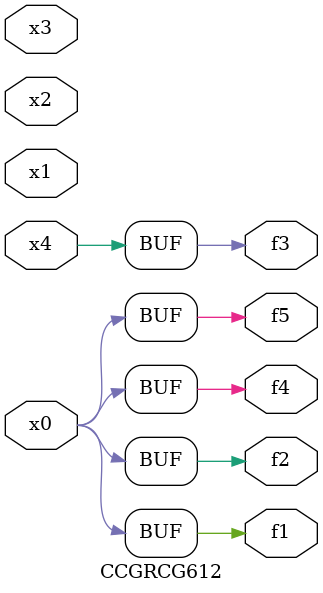
<source format=v>
module CCGRCG612(
	input x0, x1, x2, x3, x4,
	output f1, f2, f3, f4, f5
);
	assign f1 = x0;
	assign f2 = x0;
	assign f3 = x4;
	assign f4 = x0;
	assign f5 = x0;
endmodule

</source>
